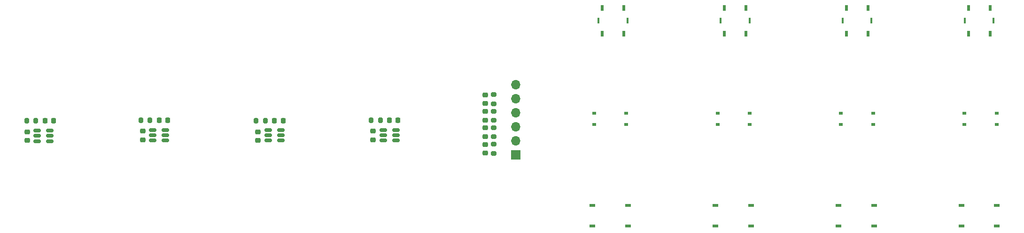
<source format=gts>
%TF.GenerationSoftware,KiCad,Pcbnew,(6.0.2)*%
%TF.CreationDate,2023-03-26T00:57:02-07:00*%
%TF.ProjectId,cap-sensors-1-ch-dome-switches,6361702d-7365-46e7-936f-72732d312d63,rev?*%
%TF.SameCoordinates,Original*%
%TF.FileFunction,Soldermask,Top*%
%TF.FilePolarity,Negative*%
%FSLAX46Y46*%
G04 Gerber Fmt 4.6, Leading zero omitted, Abs format (unit mm)*
G04 Created by KiCad (PCBNEW (6.0.2)) date 2023-03-26 00:57:02*
%MOMM*%
%LPD*%
G01*
G04 APERTURE LIST*
G04 Aperture macros list*
%AMRoundRect*
0 Rectangle with rounded corners*
0 $1 Rounding radius*
0 $2 $3 $4 $5 $6 $7 $8 $9 X,Y pos of 4 corners*
0 Add a 4 corners polygon primitive as box body*
4,1,4,$2,$3,$4,$5,$6,$7,$8,$9,$2,$3,0*
0 Add four circle primitives for the rounded corners*
1,1,$1+$1,$2,$3*
1,1,$1+$1,$4,$5*
1,1,$1+$1,$6,$7*
1,1,$1+$1,$8,$9*
0 Add four rect primitives between the rounded corners*
20,1,$1+$1,$2,$3,$4,$5,0*
20,1,$1+$1,$4,$5,$6,$7,0*
20,1,$1+$1,$6,$7,$8,$9,0*
20,1,$1+$1,$8,$9,$2,$3,0*%
G04 Aperture macros list end*
%ADD10R,0.800000X0.600000*%
%ADD11R,1.000000X0.500000*%
%ADD12RoundRect,0.225000X0.225000X0.250000X-0.225000X0.250000X-0.225000X-0.250000X0.225000X-0.250000X0*%
%ADD13RoundRect,0.150000X-0.512500X-0.150000X0.512500X-0.150000X0.512500X0.150000X-0.512500X0.150000X0*%
%ADD14R,0.450000X1.000000*%
%ADD15R,0.600000X1.000000*%
%ADD16RoundRect,0.200000X-0.275000X0.200000X-0.275000X-0.200000X0.275000X-0.200000X0.275000X0.200000X0*%
%ADD17RoundRect,0.200000X0.200000X0.275000X-0.200000X0.275000X-0.200000X-0.275000X0.200000X-0.275000X0*%
%ADD18R,1.700000X1.700000*%
%ADD19O,1.700000X1.700000*%
%ADD20RoundRect,0.218750X-0.256250X0.218750X-0.256250X-0.218750X0.256250X-0.218750X0.256250X0.218750X0*%
%ADD21RoundRect,0.225000X0.250000X-0.225000X0.250000X0.225000X-0.250000X0.225000X-0.250000X-0.225000X0*%
G04 APERTURE END LIST*
D10*
%TO.C,SW8*%
X132900000Y-109000000D03*
X127100000Y-109000000D03*
X132900000Y-111000000D03*
X127100000Y-111000000D03*
%TD*%
%TO.C,SW7*%
X177400000Y-109000000D03*
X171600000Y-109000000D03*
X177400000Y-111000000D03*
X171600000Y-111000000D03*
%TD*%
%TO.C,SW6*%
X199650000Y-109000000D03*
X193850000Y-109000000D03*
X199650000Y-111000000D03*
X193850000Y-111000000D03*
%TD*%
%TO.C,SW5*%
X155150000Y-109000000D03*
X149350000Y-109000000D03*
X155150000Y-111000000D03*
X149350000Y-111000000D03*
%TD*%
D11*
%TO.C,SW12*%
X133200000Y-125700000D03*
X126800000Y-125700000D03*
X133200000Y-129400000D03*
X126800000Y-129400000D03*
%TD*%
%TO.C,SW11*%
X177533333Y-125700000D03*
X171133333Y-125700000D03*
X177533333Y-129400000D03*
X171133333Y-129400000D03*
%TD*%
%TO.C,SW10*%
X199700000Y-125700000D03*
X193300000Y-125700000D03*
X199700000Y-129400000D03*
X193300000Y-129400000D03*
%TD*%
%TO.C,SW9*%
X155366666Y-125700000D03*
X148966666Y-125700000D03*
X155366666Y-129400000D03*
X148966666Y-129400000D03*
%TD*%
D12*
%TO.C,C1*%
X28100000Y-110375480D03*
X29650000Y-110375480D03*
%TD*%
D13*
%TO.C,U4*%
X91350000Y-112000000D03*
X91350000Y-112950000D03*
X91350000Y-113900000D03*
X89075000Y-113900000D03*
X89075000Y-112950000D03*
X89075000Y-112000000D03*
%TD*%
%TO.C,U3*%
X68325000Y-112025000D03*
X68325000Y-112975000D03*
X68325000Y-113925000D03*
X70600000Y-113925000D03*
X70600000Y-112975000D03*
X70600000Y-112025000D03*
%TD*%
%TO.C,U2*%
X47550000Y-112000000D03*
X47550000Y-112950000D03*
X47550000Y-113900000D03*
X49825000Y-113900000D03*
X49825000Y-112950000D03*
X49825000Y-112000000D03*
%TD*%
%TO.C,U1*%
X28975000Y-112125480D03*
X28975000Y-113075480D03*
X28975000Y-114025480D03*
X26700000Y-114025480D03*
X26700000Y-113075480D03*
X26700000Y-112125480D03*
%TD*%
D14*
%TO.C,SW4*%
X133100000Y-92250000D03*
X127900000Y-92250000D03*
D15*
X132450000Y-89950000D03*
X132450000Y-94550000D03*
X128550000Y-94550000D03*
X128550000Y-89950000D03*
%TD*%
%TO.C,SW3*%
X150550000Y-89950000D03*
X150550000Y-94550000D03*
X154450000Y-94550000D03*
X154450000Y-89950000D03*
D14*
X149900000Y-92250000D03*
X155100000Y-92250000D03*
%TD*%
%TO.C,SW2*%
X199100000Y-92250000D03*
X193900000Y-92250000D03*
D15*
X198450000Y-89950000D03*
X198450000Y-94550000D03*
X194550000Y-94550000D03*
X194550000Y-89950000D03*
%TD*%
%TO.C,SW1*%
X172550000Y-89950000D03*
X172550000Y-94550000D03*
X176450000Y-94550000D03*
X176450000Y-89950000D03*
D14*
X171900000Y-92250000D03*
X177100000Y-92250000D03*
%TD*%
D16*
%TO.C,R8*%
X109000000Y-114600000D03*
X109000000Y-116250000D03*
%TD*%
%TO.C,R7*%
X109000000Y-111600000D03*
X109000000Y-113250000D03*
%TD*%
%TO.C,R6*%
X109000000Y-108600000D03*
X109000000Y-110250000D03*
%TD*%
%TO.C,R5*%
X109000000Y-105600000D03*
X109000000Y-107250000D03*
%TD*%
D17*
%TO.C,R4*%
X86925000Y-110250000D03*
X88575000Y-110250000D03*
%TD*%
%TO.C,R3*%
X67825000Y-110375000D03*
X66175000Y-110375000D03*
%TD*%
%TO.C,R2*%
X47050000Y-110250000D03*
X45400000Y-110250000D03*
%TD*%
%TO.C,R1*%
X24800000Y-110375480D03*
X26450000Y-110375480D03*
%TD*%
D18*
%TO.C,J1*%
X113000000Y-116540000D03*
D19*
X113000000Y-114000000D03*
X113000000Y-111460000D03*
X113000000Y-108920000D03*
X113000000Y-106380000D03*
X113000000Y-103840000D03*
%TD*%
D20*
%TO.C,D4*%
X107500000Y-114637500D03*
X107500000Y-116212500D03*
%TD*%
%TO.C,D3*%
X107500000Y-111637500D03*
X107500000Y-113212500D03*
%TD*%
%TO.C,D2*%
X107500000Y-108637500D03*
X107500000Y-110212500D03*
%TD*%
%TO.C,D1*%
X107500000Y-105637500D03*
X107500000Y-107212500D03*
%TD*%
D21*
%TO.C,C8*%
X87250000Y-112225000D03*
X87250000Y-113775000D03*
%TD*%
%TO.C,C7*%
X66500000Y-113900000D03*
X66500000Y-112350000D03*
%TD*%
%TO.C,C6*%
X45725000Y-113775000D03*
X45725000Y-112225000D03*
%TD*%
%TO.C,C5*%
X24875000Y-112350480D03*
X24875000Y-113900480D03*
%TD*%
D12*
%TO.C,C4*%
X90200000Y-110250000D03*
X91750000Y-110250000D03*
%TD*%
%TO.C,C3*%
X71025000Y-110375000D03*
X69475000Y-110375000D03*
%TD*%
%TO.C,C2*%
X50250000Y-110250000D03*
X48700000Y-110250000D03*
%TD*%
M02*

</source>
